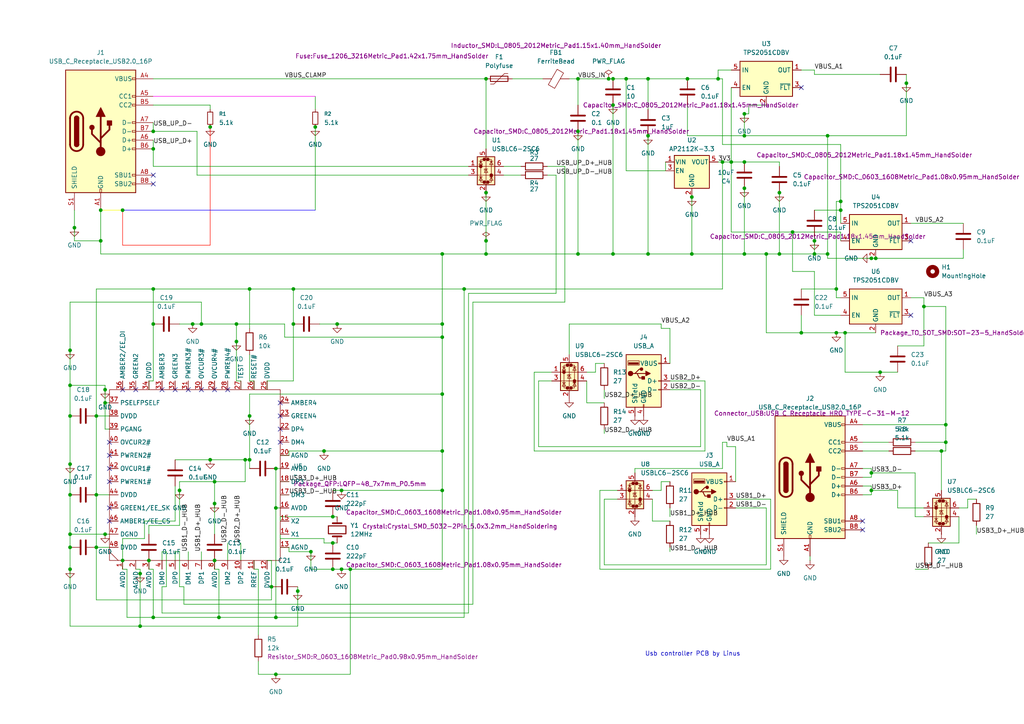
<source format=kicad_sch>
(kicad_sch (version 20250114) (generator "eeschema") (generator_version "9.0")
  (paper "A4")
  (lib_symbols
    (symbol "Connector:USB_A" (pin_names (offset 1.016))
      (property "Reference" "J" (at -5.08 11.43 0))
      (property "Value" "USB_A" (at -5.08 8.89 0))
      (symbol "USB_A_1_1"
        (pin passive line (at -2.54 -10.16 90) (length 2.54) (name "Shield") (number "5"))
        (pin power_in line (at 0 -10.16 90) (length 2.54) (name "GND") (number "4"))
        (pin power_in line (at 7.62 5.08 180) (length 2.54) (name "VBUS") (number "1"))
        (pin bidirectional line (at 7.62 0 180) (length 2.54) (name "D+") (number "3"))
        (pin bidirectional line (at 7.62 -2.54 180) (length 2.54) (name "D-") (number "2"))
      )
    )
    (symbol "Connector:USB_C_Receptacle_USB2.0_16P" (pin_names (offset 1.016))
      (property "Reference" "J" (at 0 22.225 0))
      (property "Value" "USB_C_Receptacle_USB2.0_16P" (at 0 19.685 0))
      (symbol "USB_C_Receptacle_USB2.0_16P_1_1"
        (pin passive line (at -7.62 -22.86 90) (length 5.08) (name "SHIELD") (number "S1"))
        (pin passive line (at 0 -22.86 90) (length 5.08) (name "GND") (number "A1"))
        (pin passive line (at 0 -22.86 90) (length 5.08) (hide yes) (name "GND") (number "A12"))
        (pin passive line (at 0 -22.86 90) (length 5.08) (hide yes) (name "GND") (number "B1"))
        (pin passive line (at 0 -22.86 90) (length 5.08) (hide yes) (name "GND") (number "B12"))
        (pin passive line (at 15.24 15.24 180) (length 5.08) (name "VBUS") (number "A4"))
        (pin passive line (at 15.24 15.24 180) (length 5.08) (hide yes) (name "VBUS") (number "A9"))
        (pin passive line (at 15.24 15.24 180) (length 5.08) (hide yes) (name "VBUS") (number "B4"))
        (pin passive line (at 15.24 15.24 180) (length 5.08) (hide yes) (name "VBUS") (number "B9"))
        (pin bidirectional line (at 15.24 10.16 180) (length 5.08) (name "CC1") (number "A5"))
        (pin bidirectional line (at 15.24 7.62 180) (length 5.08) (name "CC2") (number "B5"))
        (pin bidirectional line (at 15.24 2.54 180) (length 5.08) (name "D-") (number "A7"))
        (pin bidirectional line (at 15.24 0 180) (length 5.08) (name "D-") (number "B7"))
        (pin bidirectional line (at 15.24 -2.54 180) (length 5.08) (name "D+") (number "A6"))
        (pin bidirectional line (at 15.24 -5.08 180) (length 5.08) (name "D+") (number "B6"))
        (pin bidirectional line (at 15.24 -12.7 180) (length 5.08) (name "SBU1") (number "A8"))
        (pin bidirectional line (at 15.24 -15.24 180) (length 5.08) (name "SBU2") (number "B8"))
      )
    )
    (symbol "Device:C" (pin_numbers (hide yes)) (pin_names (offset 0.254))
      (property "Reference" "C" (at 0.635 2.54 0))
      (property "Value" "C" (at 0.635 -2.54 0))
      (symbol "C_1_1"
        (pin passive line (at 0 3.81 270) (length 2.794) (name "~") (number "1"))
        (pin passive line (at 0 -3.81 90) (length 2.794) (name "~") (number "2"))
      )
    )
    (symbol "Device:Crystal" (pin_numbers (hide yes)) (pin_names (offset 1.016) (hide yes))
      (property "Reference" "Y" (at 0 3.81 0))
      (property "Value" "Crystal" (at 0 -3.81 0))
      (symbol "Crystal_1_1"
        (pin passive line (at -3.81 0 0) (length 1.27) (name "1") (number "1"))
        (pin passive line (at 3.81 0 180) (length 1.27) (name "2") (number "2"))
      )
    )
    (symbol "Device:FerriteBead" (pin_numbers (hide yes)) (pin_names (offset 0))
      (property "Reference" "FB" (at -3.81 0.635 90))
      (property "Value" "FerriteBead" (at 3.81 0 90))
      (symbol "FerriteBead_1_1"
        (pin passive line (at 0 3.81 270) (length 2.54) (name "~") (number "1"))
        (pin passive line (at 0 -3.81 90) (length 2.54) (name "~") (number "2"))
      )
    )
    (symbol "Device:Polyfuse" (pin_numbers (hide yes)) (pin_names (offset 0))
      (property "Reference" "F" (at -2.54 0 90))
      (property "Value" "Polyfuse" (at 2.54 0 90))
      (symbol "Polyfuse_1_1"
        (pin passive line (at 0 3.81 270) (length 1.27) (name "~") (number "1"))
        (pin passive line (at 0 -3.81 90) (length 1.27) (name "~") (number "2"))
      )
    )
    (symbol "Device:R" (pin_numbers (hide yes)) (pin_names (offset 0))
      (property "Reference" "R" (at 2.032 0 90))
      (property "Value" "R" (at 0 0 90))
      (symbol "R_1_1"
        (pin passive line (at 0 3.81 270) (length 1.27) (name "~") (number "1"))
        (pin passive line (at 0 -3.81 90) (length 1.27) (name "~") (number "2"))
      )
    )
    (symbol "Device:R_Small" (pin_numbers (hide yes)) (pin_names (offset 0.254) (hide yes))
      (property "Reference" "R" (at 0 0 90))
      (property "Value" "R_Small" (at 1.778 0 90))
      (symbol "R_Small_1_1"
        (pin passive line (at 0 2.54 270) (length 0.762) (name "~") (number "1"))
        (pin passive line (at 0 -2.54 90) (length 0.762) (name "~") (number "2"))
      )
    )
    (symbol "Mechanical:MountingHole" (pin_names (offset 1.016)) (in_bom no)
      (property "Reference" "H" (at 0 5.08 0))
      (property "Value" "MountingHole" (at 0 3.175 0))
    )
    (symbol "Power_Management:TPS2051CDBV"
      (property "Reference" "U" (at -7.62 -6.35 0))
      (property "Value" "TPS2051CDBV" (at -7.62 6.35 0))
      (symbol "TPS2051CDBV_1_1"
        (pin power_in line (at -10.16 2.54 0) (length 2.54) (name "IN") (number "5"))
        (pin input line (at -10.16 -2.54 0) (length 2.54) (name "EN") (number "4"))
        (pin power_in line (at 0 -7.62 90) (length 2.54) (name "GND") (number "2"))
        (pin power_out line (at 10.16 2.54 180) (length 2.54) (name "OUT") (number "1"))
        (pin open_collector line (at 10.16 -2.54 180) (length 2.54) (name "~{FLT}") (number "3"))
      )
    )
    (symbol "Power_Protection:USBLC6-2SC6" (pin_names (hide yes))
      (property "Reference" "U" (at 0.635 5.715 0))
      (property "Value" "USBLC6-2SC6" (at 0.635 3.81 0))
      (symbol "USBLC6-2SC6_1_1"
        (pin passive line (at -5.08 0 0) (length 2.54) (name "I/O1") (number "1"))
        (pin passive line (at -5.08 -2.54 0) (length 2.54) (name "I/O2") (number "3"))
        (pin passive line (at 0 5.08 270) (length 2.54) (name "VBUS") (number "5"))
        (pin passive line (at 0 -7.62 90) (length 2.54) (name "GND") (number "2"))
        (pin passive line (at 5.08 0 180) (length 2.54) (name "I/O1") (number "6"))
        (pin passive line (at 5.08 -2.54 180) (length 2.54) (name "I/O2") (number "4"))
      )
    )
    (symbol "Regulator_Linear:AP2112K-3.3" (pin_names (offset 0.254))
      (property "Reference" "U" (at -5.08 5.715 0))
      (property "Value" "AP2112K-3.3" (at 0 5.715 0))
      (symbol "AP2112K-3.3_1_1"
        (pin power_in line (at -7.62 2.54 0) (length 2.54) (name "VIN") (number "1"))
        (pin input line (at -7.62 0 0) (length 2.54) (name "EN") (number "3"))
        (pin power_in line (at 0 -7.62 90) (length 2.54) (name "GND") (number "2"))
        (pin no_connect line (at 5.08 0 180) (length 2.54) (hide yes) (name "NC") (number "4"))
        (pin power_out line (at 7.62 2.54 180) (length 2.54) (name "VOUT") (number "5"))
      )
    )
    (symbol "USB_Hub:GL852G-LQFP48"
      (property "Reference" "U" (at 0 0 0))
      (property "Footprint" "Package_QFP:LQFP-48_7x7mm_P0.5mm" (at 0 0 0))
      (symbol "GL852G-LQFP48_1_1"
        (pin input line (at -24.13 20.32 0) (length 2.54) (name "PSELFPSELF") (number "37"))
        (pin power_in line (at -24.13 16.51 0) (length 2.54) (name "DVDD") (number "38"))
        (pin input line (at -24.13 12.7 0) (length 2.54) (name "PGANG") (number "39"))
        (pin input line (at -24.13 8.89 0) (length 2.54) (name "OVCUR2#") (number "40"))
        (pin output line (at -24.13 5.08 0) (length 2.54) (name "PWREN2#") (number "41"))
        (pin input line (at -24.13 1.27 0) (length 2.54) (name "OVCUR1#") (number "42"))
        (pin output line (at -24.13 -2.54 0) (length 2.54) (name "PWREN1#") (number "43"))
        (pin power_in line (at -24.13 -6.35 0) (length 2.54) (name "DVDD") (number "44"))
        (pin bidirectional line (at -24.13 -10.16 0) (length 2.54) (name "GREEN1/EE_SK") (number "45"))
        (pin bidirectional line (at -24.13 -13.97 0) (length 2.54) (name "AMBER1/EE_CS") (number "46"))
        (pin power_in line (at -24.13 -17.78 0) (length 2.54) (name "DGND") (number "47"))
        (pin power_in line (at -24.13 -21.59 0) (length 2.54) (name "DVDD") (number "48"))
        (pin bidirectional line (at -20.32 24.13 90) (length 2.54) (name "AMBER2/EE_DI") (number "36"))
        (pin power_in line (at -20.32 -25.4 270) (length 2.54) (name "AVDD") (number "1"))
        (pin bidirectional line (at -16.51 24.13 90) (length 2.54) (name "GREEN2") (number "35"))
        (pin power_in line (at -16.51 -25.4 270) (length 2.54) (name "AGND") (number "2"))
        (pin power_in line (at -12.7 24.13 90) (length 2.54) (name "DVDD") (number "34"))
        (pin power_in line (at -12.7 -25.4 270) (length 2.54) (name "AVDD") (number "3"))
        (pin bidirectional line (at -8.89 24.13 90) (length 2.54) (name "AMBER3") (number "33"))
        (pin bidirectional line (at -8.89 -25.4 270) (length 2.54) (name "DM0") (number "4"))
        (pin bidirectional line (at -5.08 24.13 90) (length 2.54) (name "GREEN3") (number "32"))
        (pin bidirectional line (at -5.08 -25.4 270) (length 2.54) (name "DP0") (number "5"))
        (pin output line (at -1.27 24.13 90) (length 2.54) (name "PWREN3#") (number "31"))
        (pin bidirectional line (at -1.27 -25.4 270) (length 2.54) (name "DM1") (number "6"))
        (pin input line (at 2.54 24.13 90) (length 2.54) (name "OVCUR3#") (number "30"))
        (pin bidirectional line (at 2.54 -25.4 270) (length 2.54) (name "DP1") (number "7"))
        (pin input line (at 6.35 24.13 90) (length 2.54) (name "OVCUR4#") (number "29"))
        (pin power_in line (at 6.35 -25.4 270) (length 2.54) (name "AVDD") (number "8"))
        (pin output line (at 10.16 24.13 90) (length 2.54) (name "PWREN4#") (number "28"))
        (pin bidirectional line (at 10.16 -25.4 270) (length 2.54) (name "DM2") (number "9"))
        (pin input line (at 13.97 24.13 90) (length 2.54) (name "TEST") (number "27"))
        (pin bidirectional line (at 13.97 -25.4 270) (length 2.54) (name "DP2") (number "10"))
        (pin input line (at 17.78 24.13 90) (length 2.54) (name "RESET#") (number "26"))
        (pin passive line (at 17.78 -25.4 270) (length 2.54) (name "RREF") (number "11"))
        (pin power_in line (at 21.59 24.13 90) (length 2.54) (name "DVDD") (number "25"))
        (pin power_in line (at 21.59 -25.4 270) (length 2.54) (name "DVDD") (number "12"))
        (pin bidirectional line (at 25.4 20.32 0) (length 2.54) (name "AMBER4") (number "24"))
        (pin bidirectional line (at 25.4 16.51 0) (length 2.54) (name "GREEN4") (number "23"))
        (pin bidirectional line (at 25.4 12.7 0) (length 2.54) (name "DP4") (number "22"))
        (pin bidirectional line (at 25.4 8.89 0) (length 2.54) (name "DM4") (number "21"))
        (pin power_in line (at 25.4 5.08 0) (length 2.54) (name "AGND") (number "20"))
        (pin power_in line (at 25.4 1.27 0) (length 2.54) (name "AVDD") (number "19"))
        (pin bidirectional line (at 25.4 -2.54 0) (length 2.54) (name "DP3") (number "18"))
        (pin bidirectional line (at 25.4 -6.35 0) (length 2.54) (name "DM3") (number "17"))
        (pin power_in line (at 25.4 -10.16 0) (length 2.54) (name "AVDD") (number "16"))
        (pin output line (at 25.4 -13.97 0) (length 2.54) (name "X2") (number "15"))
        (pin input line (at 25.4 -17.78 0) (length 2.54) (name "X1") (number "14"))
        (pin power_in line (at 25.4 -21.59 0) (length 2.54) (name "AGND") (number "13"))
      )
    )
    (symbol "power:GND" (power) (pin_numbers (hide yes)) (pin_names (offset 0) (hide yes))
      (property "Value" "GND" (at 0 -3.81 0))
      (symbol "GND_1_1"
        (pin power_in line (at 0 0 270) (length 0) (name "~") (number "1"))
      )
    )
    (symbol "power:PWR_FLAG" (power) (pin_numbers (hide yes)) (pin_names (offset 0) (hide yes))
      (property "Value" "PWR_FLAG" (at 0 3.81 0))
      (symbol "PWR_FLAG_0_0"
        (pin power_out line (at 0 0 90) (length 0) (name "~") (number "1"))
      )
    )
  )
  (text "Usb controller PCB by Linus\n" (at 200.914 189.738 0) (effects (font (size 1.27 1.27))))
  (junction (at 20.32 165.1))
  (junction (at 252.73 142.24))
  (junction (at 226.06 55.88))
  (junction (at 226.06 73.66))
  (junction (at 101.6 165.1))
  (junction (at 62.23 146.05))
  (junction (at 215.9 39.37))
  (junction (at 58.42 93.98))
  (junction (at 96.52 149.86))
  (junction (at 209.55 46.99))
  (junction (at 274.32 128.27))
  (junction (at 96.52 165.1))
  (junction (at 35.56 60.96))
  (junction (at 21.59 66.04))
  (junction (at 44.45 43.18))
  (junction (at 134.62 83.82))
  (junction (at 236.22 69.85))
  (junction (at 97.79 93.98))
  (junction (at 60.96 36.83))
  (junction (at 167.64 38.1))
  (junction (at 243.84 58.42))
  (junction (at 167.64 73.66))
  (junction (at 99.06 142.24))
  (junction (at 236.22 73.66))
  (junction (at 63.5 179.07))
  (junction (at 212.09 46.99))
  (junction (at 44.45 38.1))
  (junction (at 68.58 93.98))
  (junction (at 80.01 195.58))
  (junction (at 20.32 154.94))
  (junction (at 40.64 181.61))
  (junction (at 243.84 60.96))
  (junction (at 240.03 73.66))
  (junction (at 27.94 120.65))
  (junction (at 187.96 39.37))
  (junction (at 30.48 113.03))
  (junction (at 128.27 142.24))
  (junction (at 208.28 22.86))
  (junction (at 215.9 46.99))
  (junction (at 20.32 143.51))
  (junction (at 215.9 54.61))
  (junction (at 267.97 88.9))
  (junction (at 80.01 135.89))
  (junction (at 177.8 73.66))
  (junction (at 128.27 73.66))
  (junction (at 85.09 83.82))
  (junction (at 242.57 83.82))
  (junction (at 29.21 69.85))
  (junction (at 30.48 116.84))
  (junction (at 199.39 22.86))
  (junction (at 20.32 158.75))
  (junction (at 78.74 170.18))
  (junction (at 273.05 130.81))
  (junction (at 252.73 137.16))
  (junction (at 229.87 67.31))
  (junction (at 80.01 179.07))
  (junction (at 55.88 93.98))
  (junction (at 93.98 130.81))
  (junction (at 177.8 22.86))
  (junction (at 140.97 73.66))
  (junction (at 43.18 162.56))
  (junction (at 128.27 130.81))
  (junction (at 72.39 133.35))
  (junction (at 85.09 93.98))
  (junction (at 215.9 73.66))
  (junction (at 91.44 36.83))
  (junction (at 200.66 73.66))
  (junction (at 62.23 162.56))
  (junction (at 140.97 22.86))
  (junction (at 242.57 96.52))
  (junction (at 252.73 74.93))
  (junction (at 44.45 83.82))
  (junction (at 62.23 139.7))
  (junction (at 20.32 111.76))
  (junction (at 240.03 39.37))
  (junction (at 44.45 93.98))
  (junction (at 80.01 147.32))
  (junction (at 222.25 73.66))
  (junction (at 254 74.93))
  (junction (at 27.94 158.75))
  (junction (at 71.12 133.35))
  (junction (at 140.97 55.88))
  (junction (at 72.39 120.65))
  (junction (at 176.53 22.86))
  (junction (at 177.8 30.48))
  (junction (at 187.96 22.86))
  (junction (at 27.94 143.51))
  (junction (at 86.36 171.45))
  (junction (at 72.39 83.82))
  (junction (at 187.96 73.66))
  (junction (at 99.06 165.1))
  (junction (at 255.27 107.95))
  (junction (at 274.32 123.19))
  (junction (at 181.61 22.86))
  (junction (at 245.11 96.52))
  (junction (at 44.45 179.07))
  (junction (at 140.97 69.85))
  (junction (at 52.07 142.24))
  (junction (at 128.27 93.98))
  (junction (at 29.21 60.96))
  (junction (at 90.17 160.02))
  (junction (at 167.64 22.86))
  (junction (at 20.32 120.65))
  (junction (at 40.64 166.37))
  (junction (at 128.27 114.3))
  (junction (at 232.41 96.52))
  (junction (at 20.32 134.62))
  (junction (at 215.9 33.02))
  (junction (at 262.89 24.13))
  (junction (at 68.58 99.06))
  (junction (at 128.27 97.79))
  (junction (at 35.56 162.56))
  (junction (at 200.66 57.15))
  (junction (at 96.52 157.48))
  (junction (at 20.32 101.6))
  (junction (at 30.48 154.94))
  (junction (at 60.96 133.35))
  (no_connect (at 31.75 128.27))
  (no_connect (at 250.19 151.13))
  (no_connect (at 39.37 113.03))
  (no_connect (at 31.75 132.08))
  (no_connect (at 81.28 120.65))
  (no_connect (at 54.61 113.03))
  (no_connect (at 31.75 139.7))
  (no_connect (at 31.75 147.32))
  (no_connect (at 81.28 124.46))
  (no_connect (at 264.16 91.44))
  (no_connect (at 264.16 69.85))
  (no_connect (at 58.42 113.03))
  (no_connect (at 46.99 113.03))
  (no_connect (at 232.41 25.4))
  (no_connect (at 50.8 113.03))
  (no_connect (at 62.23 113.03))
  (no_connect (at 35.56 113.03))
  (no_connect (at 44.45 50.8))
  (no_connect (at 31.75 151.13))
  (no_connect (at 44.45 53.34))
  (no_connect (at 31.75 135.89))
  (no_connect (at 81.28 128.27))
  (no_connect (at 250.19 153.67))
  (no_connect (at 81.28 116.84))
  (no_connect (at 66.04 113.03))
  (wire (pts (xy 232.41 96.52) (xy 222.25 96.52)))
  (wire (pts (xy 173.99 142.24) (xy 179.07 142.24)))
  (wire (pts (xy 226.06 48.26) (xy 226.06 46.99)))
  (wire (pts (xy 208.28 22.86) (xy 209.55 22.86)))
  (wire (pts (xy 35.56 60.96) (xy 29.21 60.96)) (stroke (width 0) (color 250 255 14 1)))
  (wire (pts (xy 222.25 147.32) (xy 222.25 163.83)))
  (wire (pts (xy 40.64 181.61) (xy 20.32 181.61)))
  (wire (pts (xy 213.36 144.78) (xy 223.52 144.78)))
  (wire (pts (xy 200.66 73.66) (xy 215.9 73.66)))
  (wire (pts (xy 208.28 46.99) (xy 209.55 46.99)))
  (wire (pts (xy 81.28 149.86) (xy 81.28 151.13)))
  (wire (pts (xy 265.43 149.86) (xy 267.97 149.86)))
  (wire (pts (xy 140.97 55.88) (xy 140.97 69.85)))
  (wire (pts (xy 232.41 83.82) (xy 242.57 83.82)))
  (wire (pts (xy 20.32 120.65) (xy 20.32 134.62)))
  (wire (pts (xy 203.2 113.03) (xy 203.2 129.54)))
  (wire (pts (xy 81.28 139.7) (xy 83.82 139.7)))
  (wire (pts (xy 58.42 160.02) (xy 58.42 162.56)))
  (wire (pts (xy 254 96.52) (xy 245.11 96.52)))
  (wire (pts (xy 57.15 38.1) (xy 44.45 38.1)))
  (wire (pts (xy 68.58 99.06) (xy 68.58 93.98)))
  (wire (pts (xy 85.09 93.98) (xy 85.09 83.82)))
  (wire (pts (xy 128.27 165.1) (xy 101.6 165.1)))
  (wire (pts (xy 44.45 22.86) (xy 140.97 22.86)))
  (wire (pts (xy 62.23 154.94) (xy 62.23 146.05)))
  (wire (pts (xy 72.39 83.82) (xy 85.09 83.82)))
  (wire (pts (xy 80.01 135.89) (xy 80.01 147.32)))
  (wire (pts (xy 83.82 130.81) (xy 93.98 130.81)))
  (wire (pts (xy 175.26 105.41) (xy 172.72 105.41)))
  (wire (pts (xy 232.41 91.44) (xy 232.41 96.52)))
  (wire (pts (xy 194.31 139.7) (xy 191.77 139.7)))
  (wire (pts (xy 240.03 73.66) (xy 236.22 73.66)))
  (wire (pts (xy 252.73 135.89) (xy 252.73 137.16)))
  (wire (pts (xy 128.27 114.3) (xy 128.27 130.81)))
  (wire (pts (xy 96.52 149.86) (xy 97.79 149.86)))
  (wire (pts (xy 260.35 107.95) (xy 255.27 107.95)))
  (wire (pts (xy 62.23 165.1) (xy 63.5 165.1)))
  (wire (pts (xy 245.11 96.52) (xy 242.57 96.52)))
  (wire (pts (xy 39.37 165.1) (xy 40.64 165.1)))
  (wire (pts (xy 128.27 130.81) (xy 128.27 142.24)))
  (wire (pts (xy 252.73 137.16) (xy 252.73 138.43)))
  (wire (pts (xy 222.25 163.83) (xy 175.26 163.83)))
  (wire (pts (xy 85.09 110.49) (xy 85.09 93.98)))
  (wire (pts (xy 181.61 49.53) (xy 193.04 49.53)))
  (wire (pts (xy 46.99 160.02) (xy 46.99 162.56)))
  (wire (pts (xy 184.15 135.89) (xy 209.55 135.89)))
  (wire (pts (xy 250.19 130.81) (xy 257.81 130.81)))
  (wire (pts (xy 62.23 162.56) (xy 62.23 165.1)))
  (wire (pts (xy 40.64 165.1) (xy 40.64 166.37)))
  (wire (pts (xy 63.5 179.07) (xy 80.01 179.07)))
  (wire (pts (xy 60.96 71.12) (xy 35.56 71.12)) (stroke (width 0) (color 255 13 0 1)))
  (wire (pts (xy 60.96 133.35) (xy 71.12 133.35)))
  (wire (pts (xy 101.6 165.1) (xy 99.06 165.1)))
  (wire (pts (xy 262.89 24.13) (xy 262.89 39.37)))
  (wire (pts (xy 187.96 39.37) (xy 187.96 73.66)))
  (wire (pts (xy 44.45 48.26) (xy 135.89 48.26)))
  (wire (pts (xy 274.32 130.81) (xy 274.32 128.27)))
  (wire (pts (xy 274.32 128.27) (xy 274.32 123.19)))
  (wire (pts (xy 170.18 110.49) (xy 170.18 116.84)))
  (wire (pts (xy 252.73 142.24) (xy 252.73 143.51)))
  (wire (pts (xy 163.83 48.26) (xy 163.83 87.63)))
  (wire (pts (xy 44.45 179.07) (xy 63.5 179.07)))
  (wire (pts (xy 146.05 50.8) (xy 151.13 50.8)))
  (wire (pts (xy 280.67 144.78) (xy 280.67 147.32)))
  (wire (pts (xy 175.26 144.78) (xy 179.07 144.78)))
  (wire (pts (xy 140.97 43.18) (xy 140.97 22.86)))
  (wire (pts (xy 204.47 110.49) (xy 204.47 130.81)))
  (wire (pts (xy 48.26 160.02) (xy 46.99 160.02)))
  (wire (pts (xy 53.34 175.26) (xy 53.34 170.18)))
  (wire (pts (xy 156.21 110.49) (xy 160.02 110.49)))
  (wire (pts (xy 154.94 130.81) (xy 154.94 107.95)))
  (wire (pts (xy 68.58 93.98) (xy 82.55 93.98)))
  (wire (pts (xy 264.16 64.77) (xy 279.4 64.77)))
  (wire (pts (xy 226.06 46.99) (xy 215.9 46.99)))
  (wire (pts (xy 81.28 156.21) (xy 81.28 154.94)))
  (wire (pts (xy 209.55 128.27) (xy 210.82 128.27)))
  (wire (pts (xy 242.57 58.42) (xy 242.57 83.82)))
  (wire (pts (xy 46.99 177.8) (xy 135.89 177.8)))
  (wire (pts (xy 78.74 173.99) (xy 27.94 173.99)))
  (wire (pts (xy 27.94 143.51) (xy 31.75 143.51)))
  (wire (pts (xy 57.15 50.8) (xy 135.89 50.8)))
  (wire (pts (xy 44.45 83.82) (xy 72.39 83.82)))
  (wire (pts (xy 243.84 67.31) (xy 229.87 67.31)))
  (wire (pts (xy 243.84 86.36) (xy 242.57 86.36)))
  (wire (pts (xy 54.61 160.02) (xy 54.61 162.56)))
  (wire (pts (xy 226.06 73.66) (xy 222.25 73.66)))
  (wire (pts (xy 242.57 83.82) (xy 242.57 86.36)))
  (wire (pts (xy 191.77 139.7) (xy 191.77 142.24)))
  (wire (pts (xy 83.82 132.08) (xy 83.82 130.81)))
  (wire (pts (xy 213.36 139.7) (xy 213.36 129.54)))
  (wire (pts (xy 209.55 135.89) (xy 209.55 128.27)))
  (wire (pts (xy 265.43 130.81) (xy 273.05 130.81)))
  (wire (pts (xy 69.85 113.03) (xy 69.85 110.49)))
  (wire (pts (xy 194.31 95.25) (xy 191.77 95.25)))
  (wire (pts (xy 193.04 46.99) (xy 193.04 49.53)))
  (wire (pts (xy 99.06 165.1) (xy 96.52 165.1)))
  (wire (pts (xy 83.82 158.75) (xy 83.82 160.02)))
  (wire (pts (xy 77.47 162.56) (xy 78.74 162.56)))
  (wire (pts (xy 85.09 83.82) (xy 134.62 83.82)))
  (wire (pts (xy 199.39 22.86) (xy 187.96 22.86)))
  (wire (pts (xy 232.41 20.32) (xy 236.22 20.32)))
  (wire (pts (xy 44.45 93.98) (xy 44.45 83.82)))
  (wire (pts (xy 60.96 36.83) (xy 60.96 71.12)) (stroke (width 0) (color 255 13 0 1)))
  (wire (pts (xy 243.84 60.96) (xy 243.84 64.77)))
  (wire (pts (xy 21.59 60.96) (xy 21.59 66.04)))
  (wire (pts (xy 209.55 41.91) (xy 243.84 41.91)))
  (wire (pts (xy 74.93 165.1) (xy 73.66 165.1)))
  (wire (pts (xy 72.39 102.87) (xy 72.39 110.49)))
  (wire (pts (xy 229.87 78.74) (xy 229.87 67.31)))
  (wire (pts (xy 86.36 181.61) (xy 40.64 181.61)))
  (wire (pts (xy 97.79 93.98) (xy 128.27 93.98)))
  (wire (pts (xy 189.23 144.78) (xy 189.23 151.13)))
  (wire (pts (xy 20.32 165.1) (xy 20.32 181.61)))
  (wire (pts (xy 35.56 165.1) (xy 36.83 165.1)))
  (wire (pts (xy 81.28 149.86) (xy 96.52 149.86)))
  (wire (pts (xy 236.22 69.85) (xy 236.22 73.66)))
  (wire (pts (xy 200.66 57.15) (xy 200.66 73.66)))
  (wire (pts (xy 156.21 129.54) (xy 156.21 110.49)))
  (wire (pts (xy 20.32 134.62) (xy 20.32 143.51)))
  (wire (pts (xy 279.4 72.39) (xy 279.4 74.93)))
  (wire (pts (xy 91.44 36.83) (xy 91.44 60.96)))
  (wire (pts (xy 80.01 147.32) (xy 80.01 179.07)))
  (wire (pts (xy 44.45 30.48) (xy 60.96 30.48)))
  (wire (pts (xy 260.35 142.24) (xy 260.35 147.32)))
  (wire (pts (xy 245.11 107.95) (xy 245.11 96.52)))
  (wire (pts (xy 81.28 135.89) (xy 80.01 135.89)))
  (wire (pts (xy 265.43 137.16) (xy 265.43 149.86)))
  (wire (pts (xy 274.32 123.19) (xy 274.32 88.9)))
  (wire (pts (xy 215.9 54.61) (xy 215.9 73.66)))
  (wire (pts (xy 250.19 128.27) (xy 257.81 128.27)))
  (wire (pts (xy 165.1 93.98) (xy 165.1 102.87)))
  (wire (pts (xy 36.83 179.07) (xy 44.45 179.07)))
  (wire (pts (xy 236.22 68.58) (xy 236.22 69.85)))
  (wire (pts (xy 274.32 88.9) (xy 267.97 88.9)))
  (wire (pts (xy 265.43 128.27) (xy 274.32 128.27)))
  (wire (pts (xy 43.18 110.49) (xy 44.45 110.49)))
  (wire (pts (xy 212.09 67.31) (xy 212.09 46.99)))
  (wire (pts (xy 223.52 165.1) (xy 173.99 165.1)))
  (wire (pts (xy 189.23 151.13) (xy 194.31 151.13)))
  (wire (pts (xy 101.6 195.58) (xy 101.6 165.1)))
  (wire (pts (xy 53.34 170.18) (xy 52.07 170.18)))
  (wire (pts (xy 242.57 58.42) (xy 243.84 58.42)))
  (wire (pts (xy 172.72 107.95) (xy 170.18 107.95)))
  (wire (pts (xy 213.36 147.32) (xy 222.25 147.32)))
  (wire (pts (xy 222.25 30.48) (xy 217.17 30.48)))
  (wire (pts (xy 27.94 83.82) (xy 44.45 83.82)))
  (wire (pts (xy 43.18 154.94) (xy 43.18 152.4)))
  (wire (pts (xy 81.28 147.32) (xy 80.01 147.32)))
  (wire (pts (xy 71.12 139.7) (xy 71.12 133.35)))
  (wire (pts (xy 283.21 144.78) (xy 280.67 144.78)))
  (wire (pts (xy 175.26 113.03) (xy 175.26 115.57)))
  (wire (pts (xy 262.89 21.59) (xy 262.89 24.13)))
  (wire (pts (xy 252.73 140.97) (xy 252.73 142.24)))
  (wire (pts (xy 134.62 83.82) (xy 209.55 83.82)))
  (wire (pts (xy 187.96 73.66) (xy 200.66 73.66)))
  (wire (pts (xy 90.17 165.1) (xy 96.52 165.1)))
  (wire (pts (xy 177.8 73.66) (xy 187.96 73.66)))
  (wire (pts (xy 177.8 73.66) (xy 167.64 73.66)))
  (wire (pts (xy 209.55 22.86) (xy 209.55 41.91)))
  (wire (pts (xy 255.27 21.59) (xy 236.22 21.59)))
  (wire (pts (xy 44.45 110.49) (xy 44.45 93.98)))
  (wire (pts (xy 172.72 105.41) (xy 172.72 107.95)))
  (wire (pts (xy 128.27 142.24) (xy 128.27 165.1)))
  (wire (pts (xy 73.66 110.49) (xy 73.66 113.03)))
  (wire (pts (xy 86.36 171.45) (xy 86.36 181.61)))
  (wire (pts (xy 29.21 69.85) (xy 29.21 73.66)))
  (wire (pts (xy 44.45 48.26) (xy 44.45 43.18)))
  (wire (pts (xy 252.73 74.93) (xy 240.03 74.93)))
  (wire (pts (xy 63.5 165.1) (xy 63.5 179.07)))
  (wire (pts (xy 243.84 91.44) (xy 236.22 91.44)))
  (wire (pts (xy 212.09 46.99) (xy 215.9 46.99)))
  (wire (pts (xy 74.93 195.58) (xy 80.01 195.58)))
  (wire (pts (xy 209.55 46.99) (xy 212.09 46.99)))
  (wire (pts (xy 81.28 143.51) (xy 83.82 143.51)))
  (wire (pts (xy 93.98 130.81) (xy 128.27 130.81)))
  (wire (pts (xy 77.47 110.49) (xy 85.09 110.49)))
  (wire (pts (xy 194.31 147.32) (xy 194.31 149.86)))
  (wire (pts (xy 74.93 191.77) (xy 74.93 195.58)))
  (wire (pts (xy 187.96 22.86) (xy 181.61 22.86)))
  (wire (pts (xy 173.99 165.1) (xy 173.99 142.24)))
  (wire (pts (xy 250.19 143.51) (xy 252.73 143.51)))
  (wire (pts (xy 236.22 21.59) (xy 236.22 20.32)))
  (wire (pts (xy 72.39 114.3) (xy 128.27 114.3)))
  (wire (pts (xy 86.36 170.18) (xy 86.36 171.45)))
  (wire (pts (xy 128.27 73.66) (xy 140.97 73.66)))
  (wire (pts (xy 96.52 157.48) (xy 93.98 157.48)))
  (wire (pts (xy 62.23 146.05) (xy 62.23 139.7)))
  (wire (pts (xy 236.22 91.44) (xy 236.22 78.74)))
  (wire (pts (xy 81.28 132.08) (xy 83.82 132.08)))
  (wire (pts (xy 176.53 22.86) (xy 177.8 22.86)))
  (wire (pts (xy 44.45 27.94) (xy 91.44 27.94)) (stroke (width 0) (color 255 5 241 1)))
  (wire (pts (xy 69.85 110.49) (xy 68.58 110.49)))
  (wire (pts (xy 44.45 35.56) (xy 44.45 38.1)))
  (wire (pts (xy 35.56 162.56) (xy 35.56 165.1)))
  (wire (pts (xy 215.9 33.02) (xy 215.9 39.37)))
  (wire (pts (xy 167.64 38.1) (xy 167.64 73.66)))
  (wire (pts (xy 250.19 135.89) (xy 252.73 135.89)))
  (wire (pts (xy 93.98 157.48) (xy 93.98 156.21)))
  (wire (pts (xy 68.58 110.49) (xy 68.58 99.06)))
  (wire (pts (xy 222.25 73.66) (xy 215.9 73.66)))
  (wire (pts (xy 243.84 69.85) (xy 243.84 67.31)))
  (wire (pts (xy 92.71 93.98) (xy 97.79 93.98)))
  (wire (pts (xy 210.82 128.27) (xy 210.82 129.54)))
  (wire (pts (xy 80.01 179.07) (xy 134.62 179.07)))
  (wire (pts (xy 57.15 50.8) (xy 57.15 38.1)))
  (wire (pts (xy 264.16 86.36) (xy 267.97 86.36)))
  (wire (pts (xy 82.55 97.79) (xy 128.27 97.79)))
  (wire (pts (xy 20.32 143.51) (xy 20.32 154.94)))
  (wire (pts (xy 223.52 144.78) (xy 223.52 165.1)))
  (wire (pts (xy 74.93 184.15) (xy 74.93 165.1)))
  (wire (pts (xy 146.05 48.26) (xy 151.13 48.26)))
  (wire (pts (xy 52.07 139.7) (xy 62.23 139.7)))
  (wire (pts (xy 167.64 73.66) (xy 140.97 73.66)))
  (wire (pts (xy 41.91 151.13) (xy 41.91 156.21)))
  (wire (pts (xy 215.9 39.37) (xy 240.03 39.37)))
  (wire (pts (xy 194.31 113.03) (xy 203.2 113.03)))
  (wire (pts (xy 71.12 133.35) (xy 72.39 133.35)))
  (wire (pts (xy 135.89 177.8) (xy 135.89 85.09)))
  (wire (pts (xy 78.74 162.56) (xy 78.74 170.18)))
  (wire (pts (xy 36.83 165.1) (xy 36.83 179.07)))
  (wire (pts (xy 60.96 30.48) (xy 60.96 31.75)))
  (wire (pts (xy 20.32 120.65) (xy 20.32 111.76)))
  (wire (pts (xy 62.23 139.7) (xy 71.12 139.7)))
  (wire (pts (xy 209.55 83.82) (xy 209.55 46.99)))
  (wire (pts (xy 191.77 142.24) (xy 189.23 142.24)))
  (wire (pts (xy 254 74.93) (xy 252.73 74.93)))
  (wire (pts (xy 262.89 39.37) (xy 240.03 39.37)))
  (wire (pts (xy 167.64 22.86) (xy 176.53 22.86)))
  (wire (pts (xy 50.8 151.13) (xy 41.91 151.13)))
  (wire (pts (xy 35.56 71.12) (xy 35.56 60.96)) (stroke (width 0) (color 255 13 0 1)))
  (wire (pts (xy 170.18 116.84) (xy 175.26 116.84)))
  (wire (pts (xy 278.13 149.86) (xy 278.13 157.48)))
  (wire (pts (xy 30.48 116.84) (xy 30.48 124.46)))
  (wire (pts (xy 243.84 41.91) (xy 243.84 58.42)))
  (wire (pts (xy 40.64 166.37) (xy 40.64 181.61)))
  (wire (pts (xy 279.4 74.93) (xy 254 74.93)))
  (wire (pts (xy 72.39 133.35) (xy 72.39 120.65)))
  (wire (pts (xy 46.99 170.18) (xy 48.26 170.18)))
  (wire (pts (xy 82.55 93.98) (xy 82.55 97.79)))
  (wire (pts (xy 255.27 107.95) (xy 245.11 107.95)))
  (wire (pts (xy 194.31 105.41) (xy 194.31 95.25)))
  (wire (pts (xy 91.44 27.94) (xy 91.44 31.75)))
  (wire (pts (xy 43.18 110.49) (xy 43.18 113.03)))
  (wire (pts (xy 128.27 97.79) (xy 128.27 114.3)))
  (wire (pts (xy 278.13 147.32) (xy 280.67 147.32)))
  (wire (pts (xy 135.89 85.09) (xy 161.29 85.09)))
  (wire (pts (xy 66.04 157.48) (xy 66.04 162.56)))
  (wire (pts (xy 30.48 113.03) (xy 30.48 111.76)))
  (wire (pts (xy 181.61 22.86) (xy 181.61 49.53)))
  (wire (pts (xy 158.75 50.8) (xy 161.29 50.8)))
  (wire (pts (xy 243.84 58.42) (xy 243.84 60.96)))
  (wire (pts (xy 175.26 124.46) (xy 175.26 125.73)))
  (wire (pts (xy 217.17 33.02) (xy 215.9 33.02)))
  (wire (pts (xy 44.45 165.1) (xy 44.45 179.07)))
  (wire (pts (xy 163.83 87.63) (xy 137.16 87.63)))
  (wire (pts (xy 184.15 137.16) (xy 184.15 135.89)))
  (wire (pts (xy 260.35 100.33) (xy 267.97 100.33)))
  (wire (pts (xy 72.39 83.82) (xy 72.39 95.25)))
  (wire (pts (xy 21.59 66.04) (xy 21.59 69.85)))
  (wire (pts (xy 194.31 110.49) (xy 204.47 110.49)))
  (wire (pts (xy 50.8 140.97) (xy 50.8 151.13)))
  (wire (pts (xy 212.09 25.4) (xy 212.09 46.99)))
  (wire (pts (xy 30.48 111.76) (xy 20.32 111.76)))
  (wire (pts (xy 29.21 60.96) (xy 29.21 69.85)))
  (wire (pts (xy 148.59 22.86) (xy 157.48 22.86)))
  (wire (pts (xy 55.88 93.98) (xy 58.42 93.98)))
  (wire (pts (xy 128.27 93.98) (xy 128.27 97.79)))
  (wire (pts (xy 52.07 160.02) (xy 50.8 160.02)))
  (wire (pts (xy 20.32 154.94) (xy 20.32 158.75)))
  (wire (pts (xy 73.66 162.56) (xy 73.66 165.1)))
  (wire (pts (xy 99.06 142.24) (xy 128.27 142.24)))
  (wire (pts (xy 191.77 93.98) (xy 165.1 93.98)))
  (wire (pts (xy 52.07 93.98) (xy 55.88 93.98)))
  (wire (pts (xy 213.36 129.54) (xy 210.82 129.54)))
  (wire (pts (xy 80.01 195.58) (xy 101.6 195.58)))
  (wire (pts (xy 31.75 124.46) (xy 30.48 124.46)))
  (wire (pts (xy 90.17 160.02) (xy 90.17 165.1)))
  (wire (pts (xy 20.32 101.6) (xy 20.32 87.63)))
  (wire (pts (xy 20.32 158.75) (xy 20.32 165.1)))
  (wire (pts (xy 236.22 78.74) (xy 229.87 78.74)))
  (wire (pts (xy 91.44 60.96) (xy 35.56 60.96)) (stroke (width 0) (color 19 0 255 1)))
  (wire (pts (xy 39.37 162.56) (xy 39.37 165.1)))
  (wire (pts (xy 52.07 142.24) (xy 52.07 139.7)))
  (wire (pts (xy 229.87 67.31) (xy 212.09 67.31)))
  (wire (pts (xy 177.8 30.48) (xy 177.8 73.66)))
  (wire (pts (xy 27.94 158.75) (xy 27.94 173.99)))
  (wire (pts (xy 140.97 69.85) (xy 140.97 73.66)))
  (wire (pts (xy 226.06 55.88) (xy 226.06 73.66)))
  (wire (pts (xy 240.03 74.93) (xy 240.03 73.66)))
  (wire (pts (xy 194.31 158.75) (xy 194.31 160.02)))
  (wire (pts (xy 27.94 120.65) (xy 27.94 143.51)))
  (wire (pts (xy 27.94 120.65) (xy 27.94 83.82)))
  (wire (pts (xy 208.28 20.32) (xy 208.28 22.86)))
  (wire (pts (xy 252.73 142.24) (xy 260.35 142.24)))
  (wire (pts (xy 96.52 142.24) (xy 99.06 142.24)))
  (wire (pts (xy 58.42 93.98) (xy 68.58 93.98)))
  (wire (pts (xy 204.47 130.81) (xy 154.94 130.81)))
  (wire (pts (xy 217.17 30.48) (xy 217.17 33.02)))
  (wire (pts (xy 77.47 110.49) (xy 77.47 113.03)))
  (wire (pts (xy 31.75 158.75) (xy 27.94 158.75)))
  (wire (pts (xy 46.99 177.8) (xy 46.99 170.18)))
  (wire (pts (xy 43.18 165.1) (xy 44.45 165.1)))
  (wire (pts (xy 97.79 157.48) (xy 96.52 157.48)))
  (wire (pts (xy 72.39 135.89) (xy 72.39 133.35)))
  (wire (pts (xy 81.28 158.75) (xy 83.82 158.75)))
  (wire (pts (xy 93.98 156.21) (xy 81.28 156.21)))
  (wire (pts (xy 222.25 96.52) (xy 222.25 73.66)))
  (wire (pts (xy 53.34 175.26) (xy 137.16 175.26)))
  (wire (pts (xy 208.28 22.86) (xy 199.39 22.86)))
  (wire (pts (xy 137.16 87.63) (xy 137.16 175.26)))
  (wire (pts (xy 50.8 133.35) (xy 60.96 133.35)))
  (wire (pts (xy 236.22 73.66) (xy 226.06 73.66)))
  (wire (pts (xy 43.18 162.56) (xy 43.18 165.1)))
  (wire (pts (xy 83.82 160.02) (xy 90.17 160.02)))
  (wire (pts (xy 44.45 40.64) (xy 44.45 43.18)))
  (wire (pts (xy 20.32 111.76) (xy 20.32 101.6)))
  (wire (pts (xy 273.05 130.81) (xy 273.05 142.24)))
  (wire (pts (xy 161.29 85.09) (xy 161.29 50.8)))
  (wire (pts (xy 267.97 88.9) (xy 267.97 100.33)))
  (wire (pts (xy 29.21 73.66) (xy 128.27 73.66)))
  (wire (pts (xy 187.96 22.86) (xy 187.96 31.75)))
  (wire (pts (xy 236.22 60.96) (xy 243.84 60.96)))
  (wire (pts (xy 265.43 165.1) (xy 269.24 165.1)))
  (wire (pts (xy 283.21 152.4) (xy 283.21 154.94)))
  (wire (pts (xy 250.19 138.43) (xy 252.73 138.43)))
  (wire (pts (xy 31.75 116.84) (xy 30.48 116.84)))
  (wire (pts (xy 35.56 156.21) (xy 35.56 162.56)))
  (wire (pts (xy 27.94 143.51) (xy 27.94 158.75)))
  (wire (pts (xy 58.42 87.63) (xy 58.42 93.98)))
  (wire (pts (xy 252.73 137.16) (xy 265.43 137.16)))
  (wire (pts (xy 250.19 140.97) (xy 252.73 140.97)))
  (wire (pts (xy 240.03 39.37) (xy 240.03 73.66)))
  (wire (pts (xy 199.39 30.48) (xy 199.39 39.37)))
  (wire (pts (xy 31.75 120.65) (xy 27.94 120.65)))
  (wire (pts (xy 43.18 152.4) (xy 52.07 152.4)))
  (wire (pts (xy 191.77 93.98) (xy 191.77 95.25)))
  (wire (pts (xy 199.39 39.37) (xy 215.9 39.37)))
  (wire (pts (xy 50.8 160.02) (xy 50.8 162.56)))
  (wire (pts (xy 69.85 157.48) (xy 69.85 162.56)))
  (wire (pts (xy 52.07 152.4) (xy 52.07 142.24)))
  (wire (pts (xy 212.09 20.32) (xy 208.28 20.32)))
  (wire (pts (xy 21.59 69.85) (xy 29.21 69.85)))
  (wire (pts (xy 41.91 156.21) (xy 35.56 156.21)))
  (wire (pts (xy 167.64 30.48) (xy 167.64 22.86)))
  (wire (pts (xy 273.05 130.81) (xy 274.32 130.81)))
  (wire (pts (xy 154.94 107.95) (xy 160.02 107.95)))
  (wire (pts (xy 234.95 161.29) (xy 234.95 162.56)))
  (wire (pts (xy 165.1 22.86) (xy 167.64 22.86)))
  (wire (pts (xy 30.48 154.94) (xy 31.75 154.94)))
  (wire (pts (xy 250.19 123.19) (xy 274.32 123.19)))
  (wire (pts (xy 158.75 48.26) (xy 163.83 48.26)))
  (wire (pts (xy 78.74 170.18) (xy 78.74 173.99)))
  (wire (pts (xy 242.57 96.52) (xy 232.41 96.52)))
  (wire (pts (xy 30.48 116.84) (xy 30.48 113.03)))
  (wire (pts (xy 260.35 147.32) (xy 267.97 147.32)))
  (wire (pts (xy 20.32 154.94) (xy 30.48 154.94)))
  (wire (pts (xy 72.39 110.49) (xy 73.66 110.49)))
  (wire (pts (xy 72.39 120.65) (xy 72.39 114.3)))
  (wire (pts (xy 128.27 73.66) (xy 128.27 93.98)))
  (wire (pts (xy 20.32 87.63) (xy 58.42 87.63)))
  (wire (pts (xy 203.2 129.54) (xy 156.21 129.54)))
  (wire (pts (xy 52.07 170.18) (xy 52.07 160.02)))
  (wire (pts (xy 177.8 22.86) (xy 181.61 22.86)))
  (wire (pts (xy 175.26 163.83) (xy 175.26 144.78)))
  (wire (pts (xy 269.24 157.48) (xy 278.13 157.48)))
  (wire (pts (xy 134.62 179.07) (xy 134.62 83.82)))
  (wire (pts (xy 48.26 170.18) (xy 48.26 160.02)))
  (wire (pts (xy 267.97 86.36) (xy 267.97 88.9)))
  (label "USB1_D-" (at 213.36 147.32 0))
  (label "USB3_D+" (at 252.73 142.24 0))
  (label "USB3_D-" (at 252.73 137.16 0))
  (label "USB2_D+" (at 194.31 110.49 0))
  (label "USB1_D-_HUB" (at 54.61 160.02 90))
  (label "VBUS_A2" (at 191.77 93.98 0))
  (label "USB_UP_D+_HUB" (at 161.29 48.26 0))
  (label "USB1_D+" (at 213.36 144.78 0))
  (label "USB3_D+_HUB" (at 283.21 154.94 0))
  (label "USB_UP_D-" (at 44.45 36.83 0))
  (label "VBUS_CLAMP" (at 82.55 22.86 0))
  (label "USB1_D+_HUB" (at 194.31 149.86 0))
  (label "VBUS_A1" (at 236.22 20.32 0))
  (label "USB3_D-_HUB" (at 265.43 165.1 0))
  (label "USB3_D+_HUB" (at 83.82 139.7 0))
  (label "VBUS_A3" (at 267.97 86.36 0))
  (label "VBUS_A1" (at 210.82 128.27 0))
  (label "3V3" (at 208.28 46.99 0))
  (label "VBUS_IN" (at 167.64 22.86 0))
  (label "USB2_D-_HUB" (at 66.04 157.48 90))
  (label "USB2_D-" (at 194.31 113.03 0))
  (label "USB_UP_D-_HUB" (at 161.29 50.8 0))
  (label "USB2_D+_HUB" (at 69.85 157.48 90))
  (label "USB3_D-_HUB" (at 83.82 143.51 0))
  (label "USB_UP_D+" (at 44.45 41.91 0))
  (label "USB2_D+_HUB" (at 175.26 115.57 0))
  (label "USB2_D-_HUB" (at 175.26 125.73 0))
  (label "VBUS_A2" (at 265.43 64.77 0))
  (label "USB1_D+_HUB" (at 58.42 160.02 90))
  (label "USB1_D-_HUB" (at 194.31 160.02 0))
  (symbol (lib_id "power:GND") (at 97.79 93.98 0) (unit 1)
    (property "Reference" "#PWR026" (effects (hide yes)))
    (property "Value" "GND" (at 97.79 99.06 0))
    (property "Description" "Power symbol creates a global label with name \"GND\" , ground" (effects (hide yes)))
  )
  (symbol (lib_id "Connector:USB_A") (at 186.69 110.49 0) (unit 1)
    (property "Reference" "J4" (at 186.69 97.79 0))
    (property "Value" "USB_A" (at 186.69 100.33 0))
    (property "Footprint" "Connector_USB:USB_A_Stewart_SS-52100-001_Horizontal" (effects (hide yes)))
    (property "Description" "USB Type A connector" (effects (hide yes)))
  )
  (symbol (lib_id "power:GND") (at 167.64 38.1 0) (unit 1)
    (property "Reference" "#PWR05" (effects (hide yes)))
    (property "Value" "GND" (at 167.64 43.18 0))
    (property "Description" "Power symbol creates a global label with name \"GND\" , ground" (effects (hide yes)))
  )
  (symbol (lib_id "power:GND") (at 203.2 154.94 0) (unit 1)
    (property "Reference" "#PWR039" (effects (hide yes)))
    (property "Value" "GND" (at 203.2 160.02 0))
    (property "Description" "Power symbol creates a global label with name \"GND\" , ground" (effects (hide yes)))
  )
  (symbol (lib_id "Device:R") (at 74.93 187.96 0) (unit 1)
    (property "Reference" "R5" (at 77.47 185.4199 0) (effects (justify left)))
    (property "Value" "12k" (at 77.47 187.9599 0) (effects (justify left)))
    (property "Footprint" "Resistor_SMD:R_0603_1608Metric_Pad0.98x0.95mm_HandSolder" (at 77.47 190.4999 0) (effects (justify left)))
    (property "Description" "Resistor" (effects (hide yes)))
  )
  (symbol (lib_id "power:GND") (at 205.74 154.94 0) (unit 1)
    (property "Reference" "#PWR038" (effects (hide yes)))
    (property "Value" "GND" (at 205.74 160.02 0))
    (property "Description" "Power symbol creates a global label with name \"GND\" , ground" (effects (hide yes)))
  )
  (symbol (lib_id "power:GND") (at 273.05 154.94 0) (unit 1)
    (property "Reference" "#PWR037" (effects (hide yes)))
    (property "Value" "GND" (at 273.05 160.02 0))
    (property "Description" "Power symbol creates a global label with name \"GND\" , ground" (effects (hide yes)))
  )
  (symbol (lib_id "Connector:USB_A") (at 205.74 144.78 0) (unit 1)
    (property "Reference" "J3" (at 205.74 132.08 0))
    (property "Value" "USB_A" (at 205.74 134.62 0))
    (property "Footprint" "Connector_USB:USB_A_Stewart_SS-52100-001_Horizontal" (effects (hide yes)))
    (property "Description" "USB Type A connector" (effects (hide yes)))
  )
  (symbol (lib_id "Device:Polyfuse") (at 144.78 22.86 90) (unit 1)
    (property "Reference" "F1" (at 144.78 16.51 90))
    (property "Value" "Polyfuse" (at 144.78 19.05 90))
    (property "Footprint" "Fuse:Fuse_1206_3216Metric_Pad1.42x1.75mm_HandSolder" (at 141.732 16.256 90) (effects (justify left)))
    (property "Description" "Resettable fuse, polymeric positive temperature coefficient" (effects (hide yes)))
  )
  (symbol (lib_id "power:GND") (at 99.06 142.24 0) (unit 1)
    (property "Reference" "#PWR015" (effects (hide yes)))
    (property "Value" "GND" (at 99.06 147.32 0))
    (property "Description" "Power symbol creates a global label with name \"GND\" , ground" (effects (hide yes)))
  )
  (symbol (lib_id "Device:FerriteBead") (at 161.29 22.86 90) (unit 1)
    (property "Reference" "FB1" (at 161.2392 15.24 90))
    (property "Value" "FerriteBead" (at 161.2392 17.78 90))
    (property "Footprint" "Inductor_SMD:L_0805_2012Metric_Pad1.15x1.40mm_HandSolder" (at 161.29 13.208 90))
    (property "Description" "Ferrite bead" (effects (hide yes)))
  )
  (symbol (lib_id "Device:C") (at 226.06 52.07 0) (unit 1)
    (property "Reference" "C5" (at 229.87 50.7999 0) (effects (justify left)))
    (property "Value" "0.1uF" (at 229.87 53.3399 0) (effects (justify left)))
    (property "Footprint" "Capacitor_SMD:C_0603_1608Metric_Pad1.08x0.95mm_HandSolder" (at 264.414 51.308 0))
    (property "Description" "Unpolarized capacitor" (effects (hide yes)))
  )
  (symbol (lib_id "power:GND") (at 21.59 66.04 0) (unit 1)
    (property "Reference" "#PWR010" (effects (hide yes)))
    (property "Value" "GND" (at 21.59 71.12 0))
    (property "Description" "Power symbol creates a global label with name \"GND\" , ground" (effects (hide yes)))
  )
  (symbol (lib_id "Device:R") (at 175.26 120.65 0) (unit 1)
    (property "Reference" "R14" (at 177.8 119.3799 0) (effects (justify left)))
    (property "Value" "27" (at 177.8 121.9199 0) (effects (justify left)))
    (property "Footprint" "Resistor_SMD:R_0603_1608Metric_Pad0.98x0.95mm_HandSolder" (effects (hide yes)))
    (property "Description" "Resistor" (effects (hide yes)))
  )
  (symbol (lib_id "Power_Management:TPS2051CDBV") (at 254 88.9 0) (unit 1)
    (property "Reference" "U6" (at 254 78.74 0))
    (property "Value" "TPS2051CDBV" (at 254 81.28 0))
    (property "Footprint" "Package_TO_SOT_SMD:SOT-23-5_HandSoldering" (at 255.27 96.52 0) (effects (justify left)))
    (property "Datasheet" "https://www.ti.com/lit/ds/symlink/tps2051c.pdf" (effects (hide yes)))
    (property "Description" "0.5A Current limited power switch, single channel, output discharge, reverse blocking, SOT-23-5" (effects (hide yes)))
  )
  (symbol (lib_id "power:GND") (at 262.89 24.13 0) (unit 1)
    (property "Reference" "#PWR012" (effects (hide yes)))
    (property "Value" "GND" (at 262.89 29.21 0))
    (property "Description" "Power symbol creates a global label with name \"GND\" , ground" (effects (hide yes)))
  )
  (symbol (lib_id "Device:C") (at 215.9 50.8 180) (unit 1)
    (property "Reference" "C4" (at 210.566 52.578 0))
    (property "Value" "10uF" (at 210.566 50.038 0))
    (property "Footprint" "Capacitor_SMD:C_0805_2012Metric_Pad1.18x1.45mm_HandSolder" (at 250.698 44.958 0))
    (property "Description" "Unpolarized capacitor" (effects (hide yes)))
  )
  (symbol (lib_id "power:GND") (at 30.48 154.94 0) (unit 1)
    (property "Reference" "#PWR030" (effects (hide yes)))
    (property "Value" "GND" (at 30.48 160.02 0))
    (property "Description" "Power symbol creates a global label with name \"GND\" , ground" (effects (hide yes)))
  )
  (symbol (lib_id "USB_Hub:GL852G-LQFP48") (at 55.88 137.16 0) (unit 1)
    (property "Reference" "U5" (at 85.09 135.2549 0) (effects (justify left)))
    (property "Value" "~" (at 85.09 137.7949 0) (effects (justify left)))
    (property "Footprint" "Package_QFP:LQFP-48_7x7mm_P0.5mm" (at 85.09 140.3349 0) (effects (justify left)))
  )
  (symbol (lib_id "Device:C") (at 24.13 143.51 90) (unit 1)
    (property "Reference" "C17" (at 24.13 135.89 90))
    (property "Value" "0.1uF" (at 24.13 138.43 90))
    (property "Footprint" "Capacitor_SMD:C_0603_1608Metric_Pad1.08x0.95mm_HandSolder" (effects (hide yes)))
    (property "Description" "Unpolarized capacitor" (effects (hide yes)))
  )
  (symbol (lib_id "Device:C") (at 24.13 158.75 90) (unit 1)
    (property "Reference" "C16" (at 24.13 151.13 90))
    (property "Value" "0.1uF" (at 24.13 153.67 90))
    (property "Footprint" "Capacitor_SMD:C_0603_1608Metric_Pad1.08x0.95mm_HandSolder" (effects (hide yes)))
    (property "Description" "Unpolarized capacitor" (effects (hide yes)))
  )
  (symbol (lib_id "power:GND") (at 93.98 130.81 0) (unit 1)
    (property "Reference" "#PWR029" (effects (hide yes)))
    (property "Value" "GND" (at 93.98 135.89 0))
    (property "Description" "Power symbol creates a global label with name \"GND\" , ground" (effects (hide yes)))
  )
  (symbol (lib_id "Connector:USB_C_Receptacle_USB2.0_16P") (at 29.21 38.1 0) (unit 1)
    (property "Reference" "J1" (at 29.21 15.24 0))
    (property "Value" "USB_C_Receptacle_USB2.0_16P" (at 29.21 17.78 0))
    (property "Footprint" "Connector_USB:USB_C_Receptacle_HRO_TYPE-C-31-M-12" (effects (hide yes)))
    (property "Datasheet" "https://www.usb.org/sites/default/files/documents/usb_type-c.zip" (effects (hide yes)))
    (property "Description" "USB 2.0-only 16P Type-C Receptacle connector" (effects (hide yes)))
  )
  (symbol (lib_id "Device:R") (at 194.31 154.94 0) (unit 1)
    (property "Reference" "R12" (at 196.85 153.6699 0) (effects (justify left)))
    (property "Value" "27" (at 196.85 156.2099 0) (effects (justify left)))
    (property "Footprint" "Resistor_SMD:R_0603_1608Metric_Pad0.98x0.95mm_HandSolder" (effects (hide yes)))
    (property "Description" "Resistor" (effects (hide yes)))
  )
  (symbol (lib_id "Device:R") (at 261.62 130.81 90) (unit 1)
    (property "Reference" "R8" (at 261.62 124.46 90))
    (property "Value" "5.1k" (at 261.62 127 90))
    (property "Footprint" "Resistor_SMD:R_0603_1608Metric_Pad0.98x0.95mm_HandSolder" (effects (hide yes)))
    (property "Description" "Resistor" (effects (hide yes)))
  )
  (symbol (lib_id "Device:C") (at 24.13 120.65 90) (unit 1)
    (property "Reference" "C18" (at 24.13 113.03 90))
    (property "Value" "0.1uF" (at 24.13 115.57 90))
    (property "Footprint" "Capacitor_SMD:C_0603_1608Metric_Pad1.08x0.95mm_HandSolder" (effects (hide yes)))
    (property "Description" "Unpolarized capacitor" (effects (hide yes)))
  )
  (symbol (lib_id "power:GND") (at 60.96 133.35 0) (unit 1)
    (property "Reference" "#PWR020" (effects (hide yes)))
    (property "Value" "GND" (at 60.96 138.43 0))
    (property "Description" "Power symbol creates a global label with name \"GND\" , ground" (effects (hide yes)))
  )
  (symbol (lib_id "Device:R") (at 154.94 50.8 270) (unit 1)
    (property "Reference" "R4" (at 154.94 53.086 90))
    (property "Value" "27" (at 154.94 54.864 90))
    (property "Footprint" "Resistor_SMD:R_0603_1608Metric_Pad0.98x0.95mm_HandSolder" (effects (hide yes)))
    (property "Description" "Resistor" (effects (hide yes)))
  )
  (symbol (lib_id "Mechanical:MountingHole") (at 270.51 78.74 0) (unit 1) (in_bom no)
    (property "Reference" "H1" (at 273.05 77.4699 0) (effects (justify left)))
    (property "Value" "MountingHole" (at 273.05 80.0099 0) (effects (justify left)))
    (property "Description" "Mounting Hole without connection" (effects (hide yes)))
  )
  (symbol (lib_id "Device:C") (at 96.52 146.05 0) (unit 1)
    (property "Reference" "C11" (at 100.33 143.5099 0) (effects (justify left)))
    (property "Value" "222pF" (at 100.33 146.0499 0) (effects (justify left)))
    (property "Footprint" "Capacitor_SMD:C_0603_1608Metric_Pad1.08x0.95mm_HandSolder" (at 100.33 148.5899 0) (effects (justify left)))
    (property "Description" "Unpolarized capacitor" (effects (hide yes)))
  )
  (symbol (lib_id "power:GND") (at 234.95 162.56 0) (unit 1)
    (property "Reference" "#PWR036" (effects (hide yes)))
    (property "Value" "GND" (at 234.95 167.64 0))
    (property "Description" "Power symbol creates a global label with name \"GND\" , ground" (effects (hide yes)))
  )
  (symbol (lib_id "Device:R") (at 283.21 148.59 0) (unit 1)
    (property "Reference" "R9" (at 285.75 147.3199 0) (effects (justify left)))
    (property "Value" "27" (at 285.75 149.8599 0) (effects (justify left)))
    (property "Footprint" "Resistor_SMD:R_0603_1608Metric_Pad0.98x0.95mm_HandSolder" (effects (hide yes)))
    (property "Description" "Resistor" (effects (hide yes)))
  )
  (symbol (lib_id "power:GND") (at 184.15 149.86 0) (unit 1)
    (property "Reference" "#PWR040" (effects (hide yes)))
    (property "Value" "GND" (at 184.15 154.94 0))
    (property "Description" "Power symbol creates a global label with name \"GND\" , ground" (effects (hide yes)))
  )
  (symbol (lib_id "Power_Protection:USBLC6-2SC6") (at 184.15 142.24 0) (unit 1)
    (property "Reference" "U8" (at 185.8011 134.62 0) (effects (justify left)))
    (property "Value" "USBLC6-2SC6" (at 185.8011 137.16 0) (effects (justify left)))
    (property "Footprint" "Package_TO_SOT_SMD:SOT-23-6" (effects (hide yes)))
    (property "Datasheet" "https://www.st.com/resource/en/datasheet/usblc6-2.pdf" (effects (hide yes)))
    (property "Description" "Very low capacitance ESD protection diode, 2 data-line, SOT-23-6" (effects (hide yes)))
  )
  (symbol (lib_id "Device:C") (at 279.4 68.58 180) (unit 1)
    (property "Reference" "C9" (at 283.21 67.3099 0) (effects (justify right)))
    (property "Value" "0.1uF" (at 283.21 69.8499 0) (effects (justify right)))
    (property "Footprint" "Capacitor_SMD:C_0603_1608Metric_Pad1.08x0.95mm_HandSolder" (effects (hide yes)))
    (property "Description" "Unpolarized capacitor" (effects (hide yes)))
  )
  (symbol (lib_id "Regulator_Linear:AP2112K-3.3") (at 200.66 49.53 0) (unit 1)
    (property "Reference" "U2" (at 200.66 40.64 0))
    (property "Value" "AP2112K-3.3" (at 200.66 43.18 0))
    (property "Footprint" "Package_TO_SOT_SMD:SOT-23-5" (effects (hide yes)))
    (property "Datasheet" "https://www.diodes.com/assets/Datasheets/AP2112.pdf" (effects (hide yes)))
    (property "Description" "600mA low dropout linear regulator, with enable pin, 3.8V-6V input voltage range, 3.3V fixed positive output, SOT-23-5" (effects (hide yes)))
  )
  (symbol (lib_id "Device:C") (at 76.2 135.89 90) (unit 1)
    (property "Reference" "C12" (at 76.2 128.27 90))
    (property "Value" "0.1uF" (at 76.2 130.81 90))
    (property "Footprint" "Capacitor_SMD:C_0603_1608Metric_Pad1.08x0.95mm_HandSolder" (effects (hide yes)))
    (property "Description" "Unpolarized capacitor" (effects (hide yes)))
  )
  (symbol (lib_id "power:GND") (at 187.96 39.37 0) (unit 1)
    (property "Reference" "#PWR07" (effects (hide yes)))
    (property "Value" "GND" (at 187.96 44.45 0))
    (property "Description" "Power symbol creates a global label with name \"GND\" , ground" (effects (hide yes)))
  )
  (symbol (lib_id "power:GND") (at 80.01 195.58 0) (unit 1)
    (property "Reference" "#PWR031" (effects (hide yes)))
    (property "Value" "GND" (at 80.01 200.66 0))
    (property "Description" "Power symbol creates a global label with name \"GND\" , ground" (effects (hide yes)))
  )
  (symbol (lib_id "power:GND") (at 215.9 33.02 0) (unit 1)
    (property "Reference" "#PWR011" (effects (hide yes)))
    (property "Value" "GND" (at 215.9 38.1 0))
    (property "Description" "Power symbol creates a global label with name \"GND\" , ground" (effects (hide yes)))
  )
  (symbol (lib_id "Device:R_Small") (at 91.44 34.29 0) (unit 1)
    (property "Reference" "R2" (at 93.98 33.0199 0) (effects (font (size 1.016 1.016)) (justify left)))
    (property "Value" "5.1k" (at 93.98 35.5599 0) (effects (justify left)))
    (property "Footprint" "Resistor_SMD:R_0603_1608Metric_Pad0.98x0.95mm_HandSolder" (effects (hide yes)))
    (property "Description" "Resistor, small symbol" (effects (hide yes)))
  )
  (symbol (lib_id "Device:C") (at 82.55 170.18 90) (unit 1)
    (property "Reference" "C21" (at 82.55 162.56 90))
    (property "Value" "0.1uF" (at 82.55 165.1 90))
    (property "Footprint" "Capacitor_SMD:C_0603_1608Metric_Pad1.08x0.95mm_HandSolder" (effects (hide yes)))
    (property "Description" "Unpolarized capacitor" (effects (hide yes)))
  )
  (symbol (lib_id "power:GND") (at 236.22 69.85 0) (unit 1)
    (property "Reference" "#PWR014" (effects (hide yes)))
    (property "Value" "GND" (at 236.22 74.93 0))
    (property "Description" "Power symbol creates a global label with name \"GND\" , ground" (effects (hide yes)))
  )
  (symbol (lib_id "Power_Protection:USBLC6-2SC6") (at 273.05 147.32 0) (unit 1)
    (property "Reference" "U7" (at 274.7011 139.7 0) (effects (justify left)))
    (property "Value" "USBLC6-2SC6" (at 274.7011 142.24 0) (effects (justify left)))
    (property "Footprint" "Package_TO_SOT_SMD:SOT-23-6" (effects (hide yes)))
    (property "Datasheet" "https://www.st.com/resource/en/datasheet/usblc6-2.pdf" (effects (hide yes)))
    (property "Description" "Very low capacitance ESD protection diode, 2 data-line, SOT-23-6" (effects (hide yes)))
  )
  (symbol (lib_id "power:GND") (at 20.32 165.1 0) (unit 1)
    (property "Reference" "#PWR021" (effects (hide yes)))
    (property "Value" "GND" (at 20.32 170.18 0))
    (property "Description" "Power symbol creates a global label with name \"GND\" , ground" (effects (hide yes)))
  )
  (symbol (lib_id "Device:R") (at 194.31 143.51 0) (unit 1)
    (property "Reference" "R11" (at 196.85 142.2399 0) (effects (justify left)))
    (property "Value" "27" (at 196.85 144.7799 0) (effects (justify left)))
    (property "Footprint" "Resistor_SMD:R_0603_1608Metric_Pad0.98x0.95mm_HandSolder" (effects (hide yes)))
    (property "Description" "Resistor" (effects (hide yes)))
  )
  (symbol (lib_id "Device:C") (at 236.22 64.77 0) (unit 1)
    (property "Reference" "C8" (at 240.03 63.4999 0) (effects (justify left)))
    (property "Value" "0.1uF" (at 240.03 66.0399 0) (effects (justify left)))
    (property "Footprint" "Capacitor_SMD:C_0805_2012Metric_Pad1.18x1.45mm_HandSolder" (at 237.1852 68.58 0))
    (property "Description" "Unpolarized capacitor" (effects (hide yes)))
  )
  (symbol (lib_id "power:GND") (at 255.27 107.95 0) (unit 1)
    (property "Reference" "#PWR035" (effects (hide yes)))
    (property "Value" "GND" (at 255.27 113.03 0))
    (property "Description" "Power symbol creates a global label with name \"GND\" , ground" (effects (hide yes)))
  )
  (symbol (lib_id "Device:R") (at 261.62 128.27 90) (unit 1)
    (property "Reference" "R7" (at 261.62 121.92 90))
    (property "Value" "5.1k" (at 261.62 124.46 90))
    (property "Footprint" "Resistor_SMD:R_0603_1608Metric_Pad0.98x0.95mm_HandSolder" (effects (hide yes)))
    (property "Description" "Resistor" (effects (hide yes)))
  )
  (symbol (lib_id "Power_Protection:USBLC6-2SC6") (at 140.97 48.26 0) (unit 1)
    (property "Reference" "U1" (at 142.6211 40.64 0) (effects (justify left)))
    (property "Value" "USBLC6-2SC6" (at 142.6211 43.18 0) (effects (justify left)))
    (property "Footprint" "Package_TO_SOT_SMD:SOT-23-6" (effects (hide yes)))
    (property "Datasheet" "https://www.st.com/resource/en/datasheet/usblc6-2.pdf" (effects (hide yes)))
    (property "Description" "Very low capacitance ESD protection diode, 2 data-line, SOT-23-6" (effects (hide yes)))
  )
  (symbol (lib_id "power:PWR_FLAG") (at 176.53 22.86 0) (unit 1)
    (property "Reference" "#FLG02" (effects (hide yes)))
    (property "Value" "PWR_FLAG" (at 176.53 17.78 0))
    (property "Description" "Special symbol for telling ERC where power comes from" (effects (hide yes)))
  )
  (symbol (lib_id "Device:R") (at 175.26 109.22 0) (unit 1)
    (property "Reference" "R13" (at 177.8 107.9499 0) (effects (justify left)))
    (property "Value" "27" (at 177.8 110.4899 0) (effects (justify left)))
    (property "Footprint" "Resistor_SMD:R_0603_1608Metric_Pad0.98x0.95mm_HandSolder" (effects (hide yes)))
    (property "Description" "Resistor" (effects (hide yes)))
  )
  (symbol (lib_id "Device:C") (at 232.41 87.63 0) (unit 1)
    (property "Reference" "C22" (at 236.22 86.3599 0) (effects (justify left)))
    (property "Value" "0.1uF" (at 236.22 88.8999 0) (effects (justify left)))
    (property "Footprint" "Capacitor_SMD:C_0603_1608Metric_Pad1.08x0.95mm_HandSolder" (effects (hide yes)))
    (property "Description" "Unpolarized capacitor" (effects (hide yes)))
  )
  (symbol (lib_id "power:GND") (at 200.66 57.15 0) (unit 1)
    (property "Reference" "#PWR06" (effects (hide yes)))
    (property "Value" "GND" (at 200.66 62.23 0))
    (property "Description" "Power symbol creates a global label with name \"GND\" , ground" (effects (hide yes)))
  )
  (symbol (lib_id "Device:C") (at 62.23 158.75 180) (unit 1)
    (property "Reference" "C13" (at 66.04 157.4799 0) (effects (justify right)))
    (property "Value" "0.1uF" (at 66.04 160.0199 0) (effects (justify right)))
    (property "Footprint" "Capacitor_SMD:C_0603_1608Metric_Pad1.08x0.95mm_HandSolder" (effects (hide yes)))
    (property "Description" "Unpolarized capacitor" (effects (hide yes)))
  )
  (symbol (lib_id "Device:C") (at 96.52 161.29 0) (unit 1)
    (property "Reference" "C10" (at 100.33 158.7499 0) (effects (justify left)))
    (property "Value" "222pF" (at 100.33 161.2899 0) (effects (justify left)))
    (property "Footprint" "Capacitor_SMD:C_0603_1608Metric_Pad1.08x0.95mm_HandSolder" (at 100.33 163.8299 0) (effects (justify left)))
    (property "Description" "Unpolarized capacitor" (effects (hide yes)))
  )
  (symbol (lib_id "power:GND") (at 52.07 142.24 0) (unit 1)
    (property "Reference" "#PWR019" (effects (hide yes)))
    (property "Value" "GND" (at 52.07 147.32 0))
    (property "Description" "Power symbol creates a global label with name \"GND\" , ground" (effects (hide yes)))
  )
  (symbol (lib_id "Power_Protection:USBLC6-2SC6") (at 165.1 107.95 0) (unit 1)
    (property "Reference" "U9" (at 166.7511 100.33 0) (effects (justify left)))
    (property "Value" "USBLC6-2SC6" (at 166.7511 102.87 0) (effects (justify left)))
    (property "Footprint" "Package_TO_SOT_SMD:SOT-23-6" (effects (hide yes)))
    (property "Datasheet" "https://www.st.com/resource/en/datasheet/usblc6-2.pdf" (effects (hide yes)))
    (property "Description" "Very low capacitance ESD protection diode, 2 data-line, SOT-23-6" (effects (hide yes)))
  )
  (symbol (lib_id "power:GND") (at 177.8 30.48 0) (unit 1)
    (property "Reference" "#PWR04" (effects (hide yes)))
    (property "Value" "GND" (at 177.8 35.56 0))
    (property "Description" "Power symbol creates a global label with name \"GND\" , ground" (effects (hide yes)))
  )
  (symbol (lib_id "power:GND") (at 20.32 101.6 0) (unit 1)
    (property "Reference" "#PWR024" (effects (hide yes)))
    (property "Value" "GND" (at 20.32 106.68 0))
    (property "Description" "Power symbol creates a global label with name \"GND\" , ground" (effects (hide yes)))
  )
  (symbol (lib_id "Device:C") (at 187.96 35.56 0) (unit 1)
    (property "Reference" "C3" (at 191.77 34.2899 0) (effects (justify left)))
    (property "Value" "1uF" (at 191.77 36.8299 0) (effects (justify left)))
    (property "Footprint" "Capacitor_SMD:C_0603_1608Metric_Pad1.08x0.95mm_HandSolder" (effects (hide yes)))
    (property "Description" "Unpolarized capacitor" (effects (hide yes)))
  )
  (symbol (lib_id "power:GND") (at 186.69 120.65 0) (unit 1)
    (property "Reference" "#PWR043" (effects (hide yes)))
    (property "Value" "GND" (at 186.69 125.73 0))
    (property "Description" "Power symbol creates a global label with name \"GND\" , ground" (effects (hide yes)))
  )
  (symbol (lib_id "power:GND") (at 242.57 96.52 0) (unit 1)
    (property "Reference" "#PWR034" (effects (hide yes)))
    (property "Value" "GND" (at 242.57 101.6 0))
    (property "Description" "Power symbol creates a global label with name \"GND\" , ground" (effects (hide yes)))
  )
  (symbol (lib_id "Device:C") (at 43.18 158.75 180) (unit 1)
    (property "Reference" "C15" (at 46.99 157.4799 0) (effects (justify right)))
    (property "Value" "0.1uF" (at 46.99 160.0199 0) (effects (justify right)))
    (property "Footprint" "Capacitor_SMD:C_0603_1608Metric_Pad1.08x0.95mm_HandSolder" (effects (hide yes)))
    (property "Description" "Unpolarized capacitor" (effects (hide yes)))
  )
  (symbol (lib_id "power:GND") (at 99.06 165.1 0) (unit 1)
    (property "Reference" "#PWR016" (effects (hide yes)))
    (property "Value" "GND" (at 99.06 170.18 0))
    (property "Description" "Power symbol creates a global label with name \"GND\" , ground" (effects (hide yes)))
  )
  (symbol (lib_id "Device:C") (at 199.39 26.67 0) (unit 1)
    (property "Reference" "C6" (at 203.2 25.3999 0) (effects (justify left)))
    (property "Value" "0.1uF" (at 203.2 27.9399 0) (effects (justify left)))
    (property "Footprint" "Capacitor_SMD:C_0805_2012Metric_Pad1.18x1.45mm_HandSolder" (at 200.3552 30.48 0))
    (property "Description" "Unpolarized capacitor" (effects (hide yes)))
  )
  (symbol (lib_id "power:GND") (at 165.1 115.57 0) (unit 1)
    (property "Reference" "#PWR041" (effects (hide yes)))
    (property "Value" "GND" (at 165.1 120.65 0))
    (property "Description" "Power symbol creates a global label with name \"GND\" , ground" (effects (hide yes)))
  )
  (symbol (lib_id "power:GND") (at 30.48 113.03 0) (unit 1)
    (property "Reference" "#PWR033" (effects (hide yes)))
    (property "Value" "GND" (at 30.48 118.11 0))
    (property "Description" "Power symbol creates a global label with name \"GND\" , ground" (effects (hide yes)))
  )
  (symbol (lib_id "power:GND") (at 68.58 99.06 0) (unit 1)
    (property "Reference" "#PWR032" (effects (hide yes)))
    (property "Value" "GND" (at 68.58 104.14 0))
    (property "Description" "Power symbol creates a global label with name \"GND\" , ground" (effects (hide yes)))
  )
  (symbol (lib_id "Device:R") (at 154.94 48.26 270) (unit 1)
    (property "Reference" "R3" (at 154.94 44.196 90))
    (property "Value" "27" (at 154.94 45.974 90))
    (property "Footprint" "Resistor_SMD:R_0603_1608Metric_Pad0.98x0.95mm_HandSolder" (effects (hide yes)))
    (property "Description" "Resistor" (effects (hide yes)))
  )
  (symbol (lib_id "power:GND") (at 184.15 120.65 0) (unit 1)
    (property "Reference" "#PWR042" (effects (hide yes)))
    (property "Value" "GND" (at 184.15 125.73 0))
    (property "Description" "Power symbol creates a global label with name \"GND\" , ground" (effects (hide yes)))
  )
  (symbol (lib_id "Device:C") (at 167.64 34.29 0) (unit 1)
    (property "Reference" "C2" (at 171.45 33.0199 0) (effects (justify left)))
    (property "Value" "0.1" (at 171.45 35.5599 0) (effects (justify left)))
    (property "Footprint" "Capacitor_SMD:C_0805_2012Metric_Pad1.18x1.45mm_HandSolder" (at 168.6052 38.1 0))
    (property "Description" "Unpolarized capacitor" (effects (hide yes)))
  )
  (symbol (lib_id "Device:R") (at 269.24 161.29 0) (unit 1)
    (property "Reference" "R10" (at 271.78 160.0199 0) (effects (justify left)))
    (property "Value" "27" (at 271.78 162.5599 0) (effects (justify left)))
    (property "Footprint" "Resistor_SMD:R_0603_1608Metric_Pad0.98x0.95mm_HandSolder" (effects (hide yes)))
    (property "Description" "Resistor" (effects (hide yes)))
  )
  (symbol (lib_id "Device:C") (at 259.08 21.59 270) (unit 1)
    (property "Reference" "C7" (at 259.08 13.97 90))
    (property "Value" "0.1uF" (at 259.08 16.51 90))
    (property "Footprint" "Capacitor_SMD:C_0603_1608Metric_Pad1.08x0.95mm_HandSolder" (effects (hide yes)))
    (property "Description" "Unpolarized capacitor" (effects (hide yes)))
  )
  (symbol (lib_id "Device:R") (at 72.39 99.06 0) (unit 1)
    (property "Reference" "R6" (at 74.93 97.7899 0) (effects (justify left)))
    (property "Value" "10k" (at 74.93 100.3299 0) (effects (justify left)))
    (property "Footprint" "Resistor_SMD:R_0603_1608Metric_Pad0.98x0.95mm_HandSolder" (effects (hide yes)))
    (property "Description" "Resistor" (effects (hide yes)))
  )
  (symbol (lib_id "power:GND") (at 91.44 36.83 0) (unit 1)
    (property "Reference" "#PWR02" (effects (hide yes)))
    (property "Value" "GND" (at 91.44 41.91 0))
    (property "Description" "Power symbol creates a global label with name \"GND\" , ground" (effects (hide yes)))
  )
  (symbol (lib_id "Device:C") (at 50.8 137.16 180) (unit 1)
    (property "Reference" "C14" (at 54.61 135.8899 0) (effects (justify right)))
    (property "Value" "0.1uF" (at 54.61 138.4299 0) (effects (justify right)))
    (property "Footprint" "Capacitor_SMD:C_0603_1608Metric_Pad1.08x0.95mm_HandSolder" (effects (hide yes)))
    (property "Description" "Unpolarized capacitor" (effects (hide yes)))
  )
  (symbol (lib_id "Device:C") (at 177.8 26.67 180) (unit 1)
    (property "Reference" "C1" (at 181.61 25.3999 0) (effects (justify right)))
    (property "Value" "10" (at 181.61 27.9399 0) (effects (justify right)))
    (property "Footprint" "Capacitor_SMD:C_0805_2012Metric_Pad1.18x1.45mm_HandSolder" (effects (hide yes)))
    (property "Description" "Unpolarized capacitor" (effects (hide yes)))
  )
  (symbol (lib_id "Power_Management:TPS2051CDBV") (at 222.25 22.86 0) (unit 1)
    (property "Reference" "U3" (at 222.25 12.7 0))
    (property "Value" "TPS2051CDBV" (at 222.25 15.24 0))
    (property "Footprint" "Package_TO_SOT_SMD:SOT-23-5" (effects (hide yes)))
    (property "Datasheet" "https://www.ti.com/lit/ds/symlink/tps2051c.pdf" (effects (hide yes)))
    (property "Description" "0.5A Current limited power switch, single channel, output discharge, reverse blocking, SOT-23-5" (effects (hide yes)))
  )
  (symbol (lib_id "Device:C") (at 88.9 93.98 90) (unit 1)
    (property "Reference" "C20" (at 88.9 86.36 90))
    (property "Value" "0.1uF" (at 88.9 88.9 90))
    (property "Footprint" "Capacitor_SMD:C_0603_1608Metric_Pad1.08x0.95mm_HandSolder" (effects (hide yes)))
    (property "Description" "Unpolarized capacitor" (effects (hide yes)))
  )
  (symbol (lib_id "Connector:USB_C_Receptacle_USB2.0_16P") (at 234.95 138.43 0) (unit 1)
    (property "Reference" "J2" (at 234.95 115.57 0))
    (property "Value" "USB_C_Receptacle_USB2.0_16P" (at 234.95 118.11 0))
    (property "Footprint" "Connector_USB:USB_C_Receptacle_HRO_TYPE-C-31-M-12" (at 235.458 119.888 0))
    (property "Datasheet" "https://www.usb.org/sites/default/files/documents/usb_type-c.zip" (effects (hide yes)))
    (property "Description" "USB 2.0-only 16P Type-C Receptacle connector" (effects (hide yes)))
  )
  (symbol (lib_id "power:GND") (at 60.96 36.83 0) (unit 1)
    (property "Reference" "#PWR03" (effects (hide yes)))
    (property "Value" "GND" (at 60.96 41.91 0))
    (property "Description" "Power symbol creates a global label with name \"GND\" , ground" (effects (hide yes)))
  )
  (symbol (lib_id "Device:C") (at 48.26 93.98 270) (unit 1)
    (property "Reference" "C19" (at 48.26 86.36 90))
    (property "Value" "0.1uF" (at 48.26 88.9 90))
    (property "Footprint" "Capacitor_SMD:C_0603_1608Metric_Pad1.08x0.95mm_HandSolder" (effects (hide yes)))
    (property "Description" "Unpolarized capacitor" (effects (hide yes)))
  )
  (symbol (lib_id "power:GND") (at 62.23 146.05 0) (unit 1)
    (property "Reference" "#PWR018" (effects (hide yes)))
    (property "Value" "GND" (at 62.23 151.13 0))
    (property "Description" "Power symbol creates a global label with name \"GND\" , ground" (effects (hide yes)))
  )
  (symbol (lib_id "Device:Crystal") (at 97.79 153.67 90) (unit 1)
    (property "Reference" "Y1" (at 101.6 152.3999 90) (effects (justify right)))
    (property "Value" "12MHz" (at 101.6 154.9399 90) (effects (justify right)))
    (property "Footprint" "Crystal:Crystal_SMD_5032-2Pin_5.0x3.2mm_HandSoldering" (at 133.35 152.654 90))
    (property "Description" "Two pin crystal" (effects (hide yes)))
  )
  (symbol (lib_id "power:GND") (at 252.73 74.93 270) (unit 1)
    (property "Reference" "#PWR013" (effects (hide yes)))
    (property "Value" "GND" (at 248.92 74.9299 90) (effects (justify right)))
    (property "Description" "Power symbol creates a global label with name \"GND\" , ground" (effects (hide yes)))
  )
  (symbol (lib_id "power:GND") (at 215.9 54.61 0) (unit 1)
    (property "Reference" "#PWR08" (effects (hide yes)))
    (property "Value" "GND" (at 215.9 59.69 0))
    (property "Description" "Power symbol creates a global label with name \"GND\" , ground" (effects (hide yes)))
  )
  (symbol (lib_id "power:GND") (at 227.33 161.29 0) (unit 1)
    (property "Reference" "#PWR044" (effects (hide yes)))
    (property "Value" "GND" (at 227.33 166.37 0))
    (property "Description" "Power symbol creates a global label with name \"GND\" , ground" (effects (hide yes)))
  )
  (symbol (lib_id "power:GND") (at 40.64 166.37 0) (unit 1)
    (property "Reference" "#PWR027" (effects (hide yes)))
    (property "Value" "GND" (at 40.64 171.45 0))
    (property "Description" "Power symbol creates a global label with name \"GND\" , ground" (effects (hide yes)))
  )
  (symbol (lib_id "Power_Management:TPS2051CDBV") (at 254 67.31 0) (unit 1)
    (property "Reference" "U4" (at 254 57.15 0))
    (property "Value" "TPS2051CDBV" (at 254 59.69 0))
    (property "Footprint" "Package_TO_SOT_SMD:SOT-23-5" (effects (hide yes)))
    (property "Datasheet" "https://www.ti.com/lit/ds/symlink/tps2051c.pdf" (effects (hide yes)))
    (property "Description" "0.5A Current limited power switch, single channel, output discharge, reverse blocking, SOT-23-5" (effects (hide yes)))
  )
  (symbol (lib_id "power:GND") (at 86.36 171.45 0) (unit 1)
    (property "Reference" "#PWR022" (effects (hide yes)))
    (property "Value" "GND" (at 86.36 176.53 0))
    (property "Description" "Power symbol creates a global label with name \"GND\" , ground" (effects (hide yes)))
  )
  (symbol (lib_id "power:GND") (at 226.06 55.88 0) (unit 1)
    (property "Reference" "#PWR09" (effects (hide yes)))
    (property "Value" "GND" (at 226.06 60.96 0))
    (property "Description" "Power symbol creates a global label with name \"GND\" , ground" (effects (hide yes)))
  )
  (symbol (lib_id "power:GND") (at 55.88 93.98 0) (unit 1)
    (property "Reference" "#PWR025" (effects (hide yes)))
    (property "Value" "GND" (at 55.88 99.06 0))
    (property "Description" "Power symbol creates a global label with name \"GND\" , ground" (effects (hide yes)))
  )
  (symbol (lib_id "Device:C") (at 260.35 104.14 0) (unit 1)
    (property "Reference" "C23" (at 264.16 102.8699 0) (effects (justify left)))
    (property "Value" "0.1uF" (at 264.16 105.4099 0) (effects (justify left)))
    (property "Footprint" "Capacitor_SMD:C_0603_1608Metric_Pad1.08x0.95mm_HandSolder" (effects (hide yes)))
    (property "Description" "Unpolarized capacitor" (effects (hide yes)))
  )
  (symbol (lib_id "power:GND") (at 20.32 134.62 0) (unit 1)
    (property "Reference" "#PWR023" (effects (hide yes)))
    (property "Value" "GND" (at 20.32 139.7 0))
    (property "Description" "Power symbol creates a global label with name \"GND\" , ground" (effects (hide yes)))
  )
  (symbol (lib_id "power:GND") (at 90.17 160.02 0) (unit 1)
    (property "Reference" "#PWR028" (effects (hide yes)))
    (property "Value" "GND" (at 90.17 165.1 0))
    (property "Description" "Power symbol creates a global label with name \"GND\" , ground" (effects (hide yes)))
  )
  (symbol (lib_id "power:GND") (at 72.39 120.65 0) (unit 1)
    (property "Reference" "#PWR017" (effects (hide yes)))
    (property "Value" "GND" (at 72.39 125.73 0))
    (property "Description" "Power symbol creates a global label with name \"GND\" , ground" (effects (hide yes)))
  )
  (symbol (lib_id "power:PWR_FLAG") (at 140.97 69.85 0) (unit 1)
    (property "Reference" "#FLG01" (effects (hide yes)))
    (property "Value" "PWR_FLAG" (at 140.97 64.77 0))
    (property "Description" "Special symbol for telling ERC where power comes from" (effects (hide yes)))
  )
  (symbol (lib_id "Device:R_Small") (at 60.96 34.29 0) (unit 1)
    (property "Reference" "R1" (at 63.5 33.0199 0) (effects (font (size 1.016 1.016)) (justify left)))
    (property "Value" "5.1k" (at 63.5 35.5599 0) (effects (justify left)))
    (property "Footprint" "Resistor_SMD:R_0603_1608Metric_Pad0.98x0.95mm_HandSolder" (effects (hide yes)))
    (property "Description" "Resistor, small symbol" (effects (hide yes)))
  )
  (symbol (lib_id "power:GND") (at 140.97 55.88 0) (unit 1)
    (property "Reference" "#PWR01" (effects (hide yes)))
    (property "Value" "GND" (at 140.97 60.96 0))
    (property "Description" "Power symbol creates a global label with name \"GND\" , ground" (effects (hide yes)))
  )
)
</source>
